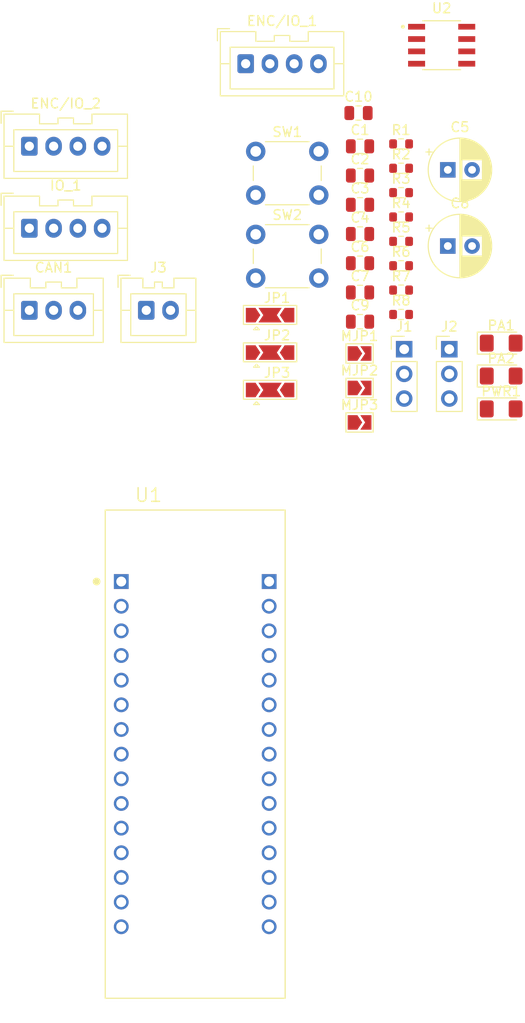
<source format=kicad_pcb>
(kicad_pcb (version 20221018) (generator pcbnew)
  (layers (0 "F.Cu" signal) (31 "B.Cu" signal) (34 "B.Paste" user) (35 "F.Paste" user) (36 "B.SilkS" user "B.Silkscreen") (37 "F.SilkS" user "F.Silkscreen") (38 "B.Mask" user) (39 "F.Mask" user) (44 "Edge.Cuts" user))
  (net 0 "")
  (net 1 "+3V3")
  (net 2 "GND")
  (net 3 "+5V")
  (net 4 "Net-(TB67H303HG1-VREG)")
  (net 5 "PWR")
  (net 6 "Net-(TB67H303HG2-VREG)")
  (net 7 "Net-(J1-Pin_3)")
  (net 8 "Net-(ENC/IO_1-Pin_2)")
  (net 9 "Net-(ENC/IO_2-Pin_2)")
  (net 10 "Net-(IO_1-Pin_2)")
  (net 11 "Net-(TB67H303HG1-STBY)")
  (net 12 "Net-(TB67H303HG2-STBY)")
  (net 13 "Net-(PA1-K)")
  (net 14 "Net-(ENC/IO_2-Pin_4)")
  (net 15 "Net-(PA2-K)")
  (net 16 "Net-(ENC/IO_2-Pin_3)")
  (net 17 "Net-(PWR1-K)")
  (net 18 "Net-(TB67H303HG1-OSC)")
  (net 19 "Net-(TB67H303HG2-OSC)")
  (net 22 "Net-(ENC/IO_1-Pin_3)")
  (net 23 "Net-(ENC/IO_1-Pin_4)")
  (net 24 "Net-(IO_1-Pin_3)")
  (net 25 "Net-(U1A-PF1)")
  (net 26 "Net-(U1A-NRST_1)")
  (net 27 "Net-(TB67H303HG2-PWM)")
  (net 31 "Net-(TB67H303HG2-IN2)")
  (net 32 "Net-(TB67H303HG2-IN1)")
  (net 33 "Net-(TB67H303HG1-IN2)")
  (net 34 "Net-(U1B-PA4)")
  (net 35 "Net-(SW3-B)")
  (net 36 "Net-(U1B-PA3)")
  (net 37 "Net-(TB67H303HG1-PWM)")
  (net 39 "Net-(U1A-PB5)")
  (net 40 "Net-(U1A-PB4)")
  (net 41 "Net-(U1B-PB3)")
  (net 44 "Net-(U2-CANL)")
  (net 45 "Net-(U2-CANH)")
  (net 46 "Net-(U1A-PA12)")
  (net 47 "Net-(U1A-PA11)")
  (footprint "LED_SMD:LED_1206_3216Metric_Pad1.42x1.75mm_HandSolder" (layer "F.Cu") (at 178.8525 51.64)
    (fp_text reference "PA1" (at 0 -1.82) (layer "F.SilkS"))
    (fp_text value "LED")
    (pad "1" smd roundrect (at -1.4875 0) (size 1.425 1.75) (layers "F.Cu" "F.Paste" "F.Mask") (roundrect_rratio 0.175439) (net 13 "Net-(PA1-K)"))
    (pad "2" smd roundrect (at 1.4875 0) (size 1.425 1.75) (layers "F.Cu" "F.Paste" "F.Mask") (roundrect_rratio 0.175439) (net 14 "Net-(ENC/IO_2-Pin_4)"))
  )
  (footprint "Resistor_SMD:R_0603_1608Metric" (layer "F.Cu") (at 168.5375 38.65)
    (fp_text reference "R4" (at 0 -1.43) (layer "F.SilkS"))
    (fp_text value "3.3k")
    (pad "1" smd roundrect (at -0.825 0) (size 0.8 0.95) (layers "F.Cu" "F.Paste" "F.Mask") (net 2 "GND"))
    (pad "2" smd roundrect (at 0.825 0) (size 0.8 0.95) (layers "F.Cu" "F.Paste" "F.Mask") (net 17 "Net-(PWR1-K)"))
  )
  (footprint "Resistor_SMD:R_0603_1608Metric" (layer "F.Cu") (at 168.5375 46.18)
    (fp_text reference "R7" (at 0 -1.43) (layer "F.SilkS"))
    (fp_text value "10kΩ")
    (pad "1" smd roundrect (at -0.825 0) (size 0.8 0.95) (layers "F.Cu" "F.Paste" "F.Mask") (net 2 "GND"))
    (pad "2" smd roundrect (at 0.825 0) (size 0.8 0.95) (layers "F.Cu" "F.Paste" "F.Mask") (net 12 "Net-(TB67H303HG2-STBY)"))
  )
  (footprint "Connector_JST:JST_XA_B04B-XASK-1_1x04_P2.50mm_Vertical" (layer "F.Cu") (at 130.23 31.36)
    (fp_text reference "ENC/IO_2" (at 3.75 -4.4) (layer "F.SilkS"))
    (fp_text value "Conn_01x04")
    (pad "1" thru_hole roundrect (at 0 0) (size 1.7 1.95) (drill 0.95) (layers "*.Cu" "*.Mask") (roundrect_rratio 0.147059) (net 2 "GND"))
    (pad "2" thru_hole oval (at 2.5 0) (size 1.7 1.95) (drill 0.95) (layers "*.Cu" "*.Mask") (net 9 "Net-(ENC/IO_2-Pin_2)"))
    (pad "3" thru_hole oval (at 5 0) (size 1.7 1.95) (drill 0.95) (layers "*.Cu" "*.Mask") (net 16 "Net-(ENC/IO_2-Pin_3)"))
    (pad "4" thru_hole oval (at 7.5 0) (size 1.7 1.95) (drill 0.95) (layers "*.Cu" "*.Mask") (net 14 "Net-(ENC/IO_2-Pin_4)"))
  )
  (footprint "Jumper:SolderJumper-2_P1.3mm_Open_TrianglePad1.0x1.5mm" (layer "F.Cu") (at 164.2575 52.71)
    (fp_text reference "MJP1" (at 0 -1.8) (layer "F.SilkS"))
    (fp_text value "Jumper")
    (pad "1" smd custom (at -0.725 0) (size 0.3 0.3) (layers "F.Cu" "F.Mask") (net 11 "Net-(TB67H303HG1-STBY)") (options (clearance outline) (anchor rect)) (primitives (gr_poly (pts (xy 1 0) (xy 0.5 0.75) (xy -0.5 0.75) (xy -0.5 -0.75) (xy 0.5 -0.75)) (width 0) (fill yes))))
    (pad "2" smd custom (at 0.725 0) (size 0.3 0.3) (layers "F.Cu" "F.Mask") (net 1 "+3V3") (options (clearance outline) (anchor rect)) (primitives (gr_poly (pts (xy 0.5 0.75) (xy -0.65 0.75) (xy -0.15 0) (xy -0.65 -0.75) (xy 0.5 -0.75)) (width 0) (fill yes))))
  )
  (footprint "LED_SMD:LED_1206_3216Metric_Pad1.42x1.75mm_HandSolder" (layer "F.Cu") (at 178.8525 58.42)
    (fp_text reference "PWR1" (at 0 -1.82) (layer "F.SilkS"))
    (fp_text value "PWR")
    (pad "1" smd roundrect (at -1.4875 0) (size 1.425 1.75) (layers "F.Cu" "F.Paste" "F.Mask") (roundrect_rratio 0.175439) (net 17 "Net-(PWR1-K)"))
    (pad "2" smd roundrect (at 1.4875 0) (size 1.425 1.75) (layers "F.Cu" "F.Paste" "F.Mask") (roundrect_rratio 0.175439) (net 1 "+3V3"))
  )
  (footprint "Capacitor_THT:CP_Radial_D6.3mm_P2.50mm" (layer "F.Cu") (at 173.352741 33.79)
    (fp_text reference "C5" (at 1.25 -4.4) (layer "F.SilkS"))
    (fp_text value "47μF")
    (pad "1" thru_hole rect (at 0 0) (size 1.6 1.6) (drill 0.8) (layers "*.Cu" "*.Mask") (net 5 "PWR"))
    (pad "2" thru_hole circle (at 2.5 0) (size 1.6 1.6) (drill 0.8) (layers "*.Cu" "*.Mask") (net 2 "GND"))
  )
  (footprint "Connector_JST:JST_XA_B04B-XASK-1_1x04_P2.50mm_Vertical" (layer "F.Cu") (at 152.52 22.86)
    (fp_text reference "ENC/IO_1" (at 3.75 -4.4) (layer "F.SilkS"))
    (fp_text value "Conn_01x04")
    (pad "1" thru_hole roundrect (at 0 0) (size 1.7 1.95) (drill 0.95) (layers "*.Cu" "*.Mask") (roundrect_rratio 0.147059) (net 2 "GND"))
    (pad "2" thru_hole oval (at 2.5 0) (size 1.7 1.95) (drill 0.95) (layers "*.Cu" "*.Mask") (net 8 "Net-(ENC/IO_1-Pin_2)"))
    (pad "3" thru_hole oval (at 5 0) (size 1.7 1.95) (drill 0.95) (layers "*.Cu" "*.Mask") (net 22 "Net-(ENC/IO_1-Pin_3)"))
    (pad "4" thru_hole oval (at 7.5 0) (size 1.7 1.95) (drill 0.95) (layers "*.Cu" "*.Mask") (net 23 "Net-(ENC/IO_1-Pin_4)"))
  )
  (footprint "Jumper:SolderJumper-2_P1.3mm_Open_TrianglePad1.0x1.5mm" (layer "F.Cu") (at 164.2575 59.81)
    (fp_text reference "MJP3" (at 0 -1.8) (layer "F.SilkS"))
    (fp_text value "Jumper")
    (pad "1" smd custom (at -0.725 0) (size 0.3 0.3) (layers "F.Cu" "F.Mask") (net 3 "+5V") (options (clearance outline) (anchor rect)) (primitives (gr_poly (pts (xy 1 0) (xy 0.5 0.75) (xy -0.5 0.75) (xy -0.5 -0.75) (xy 0.5 -0.75)) (width 0) (fill yes))))
    (pad "2" smd custom (at 0.725 0) (size 0.3 0.3) (layers "F.Cu" "F.Mask") (options (clearance outline) (anchor rect)) (primitives (gr_poly (pts (xy 0.5 0.75) (xy -0.65 0.75) (xy -0.15 0) (xy -0.65 -0.75) (xy 0.5 -0.75)) (width 0) (fill yes))))
  )
  (footprint "Jumper:SolderJumper-3_P2.0mm_Open_TrianglePad1.0x1.5mm" (layer "F.Cu") (at 155.0375 52.615)
    (fp_text reference "JP2" (at 0.725 -1.775) (layer "F.SilkS"))
    (fp_text value "Jumper_NC_Dual")
    (pad "1" smd custom (at -2 0) (size 0.3 0.3) (layers "F.Cu" "F.Mask") (net 1 "+3V3") (options (clearance outline) (anchor rect)) (primitives (gr_poly (pts (xy 1 0) (xy 0.5 0.75) (xy -0.5 0.75) (xy -0.5 -0.75) (xy 0.5 -0.75)) (width 0) (fill yes))))
    (pad "2" smd custom (at 0 0) (size 0.3 0.3) (layers "F.Cu") (net 9 "Net-(ENC/IO_2-Pin_2)") (options (clearance outline) (anchor rect)) (primitives (gr_poly (pts (xy 0.7 0) (xy 1.2 0.75) (xy -1.2 0.75) (xy -0.7 0) (xy -1.2 -0.75) (xy 1.2 -0.75)) (width 0) (fill yes))))
    (pad "3" smd custom (at 2 0 180) (size 0.3 0.3) (layers "F.Cu" "F.Mask") (net 3 "+5V") (options (clearance outline) (anchor rect)) (primitives (gr_poly (pts (xy 1 0) (xy 0.5 0.75) (xy -0.5 0.75) (xy -0.5 -0.75) (xy 0.5 -0.75)) (width 0) (fill yes))))
  )
  (footprint "Jumper:SolderJumper-2_P1.3mm_Open_TrianglePad1.0x1.5mm" (layer "F.Cu") (at 164.2575 56.26)
    (fp_text reference "MJP2" (at 0 -1.8) (layer "F.SilkS"))
    (fp_text value "Jumper")
    (pad "1" smd custom (at -0.725 0) (size 0.3 0.3) (layers "F.Cu" "F.Mask") (net 12 "Net-(TB67H303HG2-STBY)") (options (clearance outline) (anchor rect)) (primitives (gr_poly (pts (xy 1 0) (xy 0.5 0.75) (xy -0.5 0.75) (xy -0.5 -0.75) (xy 0.5 -0.75)) (width 0) (fill yes))))
    (pad "2" smd custom (at 0.725 0) (size 0.3 0.3) (layers "F.Cu" "F.Mask") (net 1 "+3V3") (options (clearance outline) (anchor rect)) (primitives (gr_poly (pts (xy 0.5 0.75) (xy -0.65 0.75) (xy -0.15 0) (xy -0.65 -0.75) (xy 0.5 -0.75)) (width 0) (fill yes))))
  )
  (footprint "NUCLEO-F303K8:MODULE_NUCLEO-F303K8" (layer "F.Cu") (at 147.32 93.98)
    (fp_text reference "U1" (at -4.81314 -26.68421) (layer "F.SilkS") (effects (font (size 1.402378 1.402378))))
    (fp_text value "NUCLEO-F303K8")
    (pad "3_1" thru_hole rect (at -7.62 -17.78) (size 1.53 1.53) (drill 1.02) (layers "*.Cu" "*.Mask") (net 27 "Net-(TB67H303HG2-PWM)"))
    (pad "3_2" thru_hole circle (at -7.62 -15.24) (size 1.53 1.53) (drill 1.02) (layers "*.Cu" "*.Mask"))
    (pad "3_3" thru_hole circle (at -7.62 -12.7) (size 1.53 1.53) (drill 1.02) (layers "*.Cu" "*.Mask") (net 26 "Net-(U1A-NRST_1)"))
    (pad "3_4" thru_hole circle (at -7.62 -10.16) (size 1.53 1.53) (drill 1.02) (layers "*.Cu" "*.Mask") (net 2 "GND"))
    (pad "3_5" thru_hole circle (at -7.62 -7.62) (size 1.53 1.53) (drill 1.02) (layers "*.Cu" "*.Mask") (net 46 "Net-(U1A-PA12)"))
    (pad "3_6" thru_hole circle (at -7.62 -5.08) (size 1.53 1.53) (drill 1.02) (layers "*.Cu" "*.Mask") (net 7 "Net-(J1-Pin_3)"))
    (pad "3_7" thru_hole circle (at -7.62 -2.54) (size 1.53 1.53) (drill 1.02) (layers "*.Cu" "*.Mask") (net 31 "Net-(TB67H303HG2-IN2)"))
    (pad "3_8" thru_hole circle (at -7.62 0) (size 1.53 1.53) (drill 1.02) (layers "*.Cu" "*.Mask") (net 32 "Net-(TB67H303HG2-IN1)"))
    (pad "3_9" thru_hole circle (at -7.62 2.54) (size 1.53 1.53) (drill 1.02) (layers "*.Cu" "*.Mask") (net 33 "Net-(TB67H303HG1-IN2)"))
    (pad "3_10" thru_hole circle (at -7.62 5.08) (size 1.53 1.53) (drill 1.02) (layers "*.Cu" "*.Mask") (net 35 "Net-(SW3-B)"))
    (pad "3_11" thru_hole circle (at -7.62 7.62) (size 1.53 1.53) (drill 1.02) (layers "*.Cu" "*.Mask") (net 25 "Net-(U1A-PF1)"))
    (pad "3_12" thru_hole circle (at -7.62 10.16) (size 1.53 1.53) (drill 1.02) (layers "*.Cu" "*.Mask") (net 37 "Net-(TB67H303HG1-PWM)"))
    (pad "3_13" thru_hole circle (at -7.62 12.7) (size 1.53 1.53) (drill 1.02) (layers "*.Cu" "*.Mask") (net 47 "Net-(U1A-PA11)"))
    (pad "3_14" thru_hole circle (at -7.62 15.24) (size 1.53 1.53) (drill 1.02) (layers "*.Cu" "*.Mask") (net 39 "Net-(U1A-PB5)"))
    (pad "3_15" thru_hole circle (at -7.62 17.78) (size 1.53 1.53) (drill 1.02) (layers "*.Cu" "*.Mask") (net 40 "Net-(U1A-PB4)"))
    (pad "4_1" thru_hole rect (at 7.62 -17.78) (size 1.53 1.53) (drill 1.02) (layers "*.Cu" "*.Mask") (net 3 "+5V"))
    (pad "4_2" thru_hole circle (at 7.62 -15.24) (size 1.53 1.53) (drill 1.02) (layers "*.Cu" "*.Mask") (net 2 "GND"))
    (pad "4_3" thru_hole circle (at 7.62 -12.7) (size 1.53 1.53) (drill 1.02) (layers "*.Cu" "*.Mask"))
    (pad "4_4" thru_hole circle (at 7.62 -10.16) (size 1.53 1.53) (drill 1.02) (layers "*.Cu" "*.Mask") (net 3 "+5V"))
    (pad "4_5" thru_hole circle (at 7.62 -7.62) (size 1.53 1.53) (drill 1.02) (layers "*.Cu" "*.Mask"))
    (pad "4_6" thru_hole circle (at 7.62 -5.08) (size 1.53 1.53) (drill 1.02) (layers "*.Cu" "*.Mask") (net 14 "Net-(ENC/IO_2-Pin_4)"))
    (pad "4_7" thru_hole circle (at 7.62 -2.54) (size 1.53 1.53) (drill 1.02) (layers "*.Cu" "*.Mask") (net 16 "Net-(ENC/IO_2-Pin_3)"))
    (pad "4_8" thru_hole circle (at 7.62 0) (size 1.53 1.53) (drill 1.02) (layers "*.Cu" "*.Mask") (net 24 "Net-(IO_1-Pin_3)"))
    (pad "4_9" thru_hole circle (at 7.62 2.54) (size 1.53 1.53) (drill 1.02) (layers "*.Cu" "*.Mask") (net 34 "Net-(U1B-PA4)"))
    (pad "4_10" thru_hole circle (at 7.62 5.08) (size 1.53 1.53) (drill 1.02) (layers "*.Cu" "*.Mask") (net 36 "Net-(U1B-PA3)"))
    (pad "4_11" thru_hole circle (at 7.62 7.62) (size 1.53 1.53) (drill 1.02) (layers "*.Cu" "*.Mask") (net 23 "Net-(ENC/IO_1-Pin_4)"))
    (pad "4_12" thru_hole circle (at 7.62 10.16) (size 1.53 1.53) (drill 1.02) (layers "*.Cu" "*.Mask") (net 22 "Net-(ENC/IO_1-Pin_3)"))
    (pad "4_13" thru_hole circle (at 7.62 12.7) (size 1.53 1.53) (drill 1.02) (layers "*.Cu" "*.Mask"))
    (pad "4_14" thru_hole circle (at 7.62 15.24) (size 1.53 1.53) (drill 1.02) (layers "*.Cu" "*.Mask") (net 1 "+3V3"))
    (pad "4_15" thru_hole circle (at 7.62 17.78) (size 1.53 1.53) (drill 1.02) (layers "*.Cu" "*.Mask") (net 41 "Net-(U1B-PB3)"))
  )
  (footprint "Capacitor_SMD:C_0805_2012Metric" (layer "F.Cu") (at 164.3075 43.41)
    (fp_text reference "C6" (at 0 -1.68) (layer "F.SilkS"))
    (fp_text value "0.1uF")
    (pad "1" smd roundrect (at -0.95 0) (size 1 1.45) (layers "F.Cu" "F.Paste" "F.Mask") (net 6 "Net-(TB67H303HG2-VREG)"))
    (pad "2" smd roundrect (at 0.95 0) (size 1 1.45) (layers "F.Cu" "F.Paste" "F.Mask") (net 2 "GND"))
  )
  (footprint "Resistor_SMD:R_0603_1608Metric" (layer "F.Cu") (at 168.5375 33.63)
    (fp_text reference "R2" (at 0 -1.43) (layer "F.SilkS"))
    (fp_text value "10kΩ")
    (pad "1" smd roundrect (at -0.825 0) (size 0.8 0.95) (layers "F.Cu" "F.Paste" "F.Mask") (net 2 "GND"))
    (pad "2" smd roundrect (at 0.825 0) (size 0.8 0.95) (layers "F.Cu" "F.Paste" "F.Mask") (net 11 "Net-(TB67H303HG1-STBY)"))
  )
  (footprint "Resistor_SMD:R_0603_1608Metric" (layer "F.Cu") (at 168.5375 48.69)
    (fp_text reference "R8" (at 0 -1.43) (layer "F.SilkS"))
    (fp_text value "51kΩ")
    (pad "1" smd roundrect (at -0.825 0) (size 0.8 0.95) (layers "F.Cu" "F.Paste" "F.Mask") (net 2 "GND"))
    (pad "2" smd roundrect (at 0.825 0) (size 0.8 0.95) (layers "F.Cu" "F.Paste" "F.Mask") (net 19 "Net-(TB67H303HG2-OSC)"))
  )
  (footprint "Button_Switch_THT:SW_PUSH_6mm_H4.3mm" (layer "F.Cu") (at 153.5575 31.89)
    (fp_text reference "SW1" (at 3.25 -2) (layer "F.SilkS"))
    (fp_text value "PF1")
    (pad "1" thru_hole circle (at 0 0 90) (size 2 2) (drill 1.1) (layers "*.Cu" "*.Mask") (net 2 "GND"))
    (pad "1" thru_hole circle (at 6.5 0 90) (size 2 2) (drill 1.1) (layers "*.Cu" "*.Mask") (net 2 "GND"))
    (pad "2" thru_hole circle (at 0 4.5 90) (size 2 2) (drill 1.1) (layers "*.Cu" "*.Mask") (net 25 "Net-(U1A-PF1)"))
    (pad "2" thru_hole circle (at 6.5 4.5 90) (size 2 2) (drill 1.1) (layers "*.Cu" "*.Mask") (net 25 "Net-(U1A-PF1)"))
  )
  (footprint "Capacitor_SMD:C_0805_2012Metric" (layer "F.Cu") (at 164.15 27.94)
    (fp_text reference "C10" (at 0 -1.68) (layer "F.SilkS"))
    (fp_text value "0.1μF")
    (pad "1" smd roundrect (at -0.95 0) (size 1 1.45) (layers "F.Cu" "F.Paste" "F.Mask") (net 3 "+5V"))
    (pad "2" smd roundrect (at 0.95 0) (size 1 1.45) (layers "F.Cu" "F.Paste" "F.Mask") (net 2 "GND"))
  )
  (footprint "LED_SMD:LED_1206_3216Metric_Pad1.42x1.75mm_HandSolder" (layer "F.Cu") (at 178.8525 55.03)
    (fp_text reference "PA2" (at 0 -1.82) (layer "F.SilkS"))
    (fp_text value "LED")
    (pad "1" smd roundrect (at -1.4875 0) (size 1.425 1.75) (layers "F.Cu" "F.Paste" "F.Mask") (roundrect_rratio 0.175439) (net 15 "Net-(PA2-K)"))
    (pad "2" smd roundrect (at 1.4875 0) (size 1.425 1.75) (layers "F.Cu" "F.Paste" "F.Mask") (roundrect_rratio 0.175439) (net 16 "Net-(ENC/IO_2-Pin_3)"))
  )
  (footprint "Jumper:SolderJumper-3_P2.0mm_Open_TrianglePad1.0x1.5mm" (layer "F.Cu") (at 155.0375 48.76)
    (fp_text reference "JP1" (at 0.725 -1.775) (layer "F.SilkS"))
    (fp_text value "Jumper_NC_Dual")
    (pad "1" smd custom (at -2 0) (size 0.3 0.3) (layers "F.Cu" "F.Mask") (net 1 "+3V3") (options (clearance outline) (anchor rect)) (primitives (gr_poly (pts (xy 1 0) (xy 0.5 0.75) (xy -0.5 0.75) (xy -0.5 -0.75) (xy 0.5 -0.75)) (width 0) (fill yes))))
    (pad "2" smd custom (at 0 0) (size 0.3 0.3) (layers "F.Cu") (net 8 "Net-(ENC/IO_1-Pin_2)") (options (clearance outline) (anchor rect)) (primitives (gr_poly (pts (xy 0.7 0) (xy 1.2 0.75) (xy -1.2 0.75) (xy -0.7 0) (xy -1.2 -0.75) (xy 1.2 -0.75)) (width 0) (fill yes))))
    (pad "3" smd custom (at 2 0 180) (size 0.3 0.3) (layers "F.Cu" "F.Mask") (net 3 "+5V") (options (clearance outline) (anchor rect)) (primitives (gr_poly (pts (xy 1 0) (xy 0.5 0.75) (xy -0.5 0.75) (xy -0.5 -0.75) (xy 0.5 -0.75)) (width 0) (fill yes))))
  )
  (footprint "Capacitor_SMD:C_0805_2012Metric" (layer "F.Cu") (at 164.3075 49.43)
    (fp_text reference "C9" (at 0 -1.68) (layer "F.SilkS"))
    (fp_text value "4.7μF")
    (pad "1" smd roundrect (at -0.95 0) (size 1 1.45) (layers "F.Cu" "F.Paste" "F.Mask") (net 3 "+5V"))
    (pad "2" smd roundrect (at 0.95 0) (size 1 1.45) (layers "F.Cu" "F.Paste" "F.Mask") (net 2 "GND"))
  )
  (footprint "Connector_PinHeader_2.54mm:PinHeader_1x03_P2.54mm_Vertical" (layer "F.Cu") (at 168.8575 52.27)
    (fp_text reference "J1" (at 0 -2.33) (layer "F.SilkS"))
    (fp_text value "PB0")
    (pad "1" thru_hole rect (at 0 0) (size 1.7 1.7) (drill 1) (layers "*.Cu" "*.Mask") (net 2 "GND"))
    (pad "2" thru_hole oval (at 0 2.54) (size 1.7 1.7) (drill 1) (layers "*.Cu" "*.Mask") (net 5 "PWR"))
    (pad "3" thru_hole oval (at 0 5.08) (size 1.7 1.7) (drill 1) (layers "*.Cu" "*.Mask") (net 7 "Net-(J1-Pin_3)"))
  )
  (footprint "Connector_JST:JST_XA_B03B-XASK-1_1x03_P2.50mm_Vertical" (layer "F.Cu") (at 130.23 48.26)
    (fp_text reference "CAN1" (at 2.5 -4.4) (layer "F.SilkS"))
    (fp_text value "CAN")
    (pad "1" thru_hole roundrect (at 0 0) (size 1.7 1.95) (drill 0.95) (layers "*.Cu" "*.Mask") (roundrect_rratio 0.147059) (net 2 "GND"))
    (pad "2" thru_hole oval (at 2.5 0) (size 1.7 1.95) (drill 0.95) (layers "*.Cu" "*.Mask"))
    (pad "3" thru_hole oval (at 5 0) (size 1.7 1.95) (drill 0.95) (layers "*.Cu" "*.Mask"))
  )
  (footprint "Resistor_SMD:R_0603_1608Metric" (layer "F.Cu") (at 168.5375 41.16)
    (fp_text reference "R5" (at 0 -1.43) (layer "F.SilkS"))
    (fp_text value "3.3k")
    (pad "1" smd roundrect (at -0.825 0) (size 0.8 0.95) (layers "F.Cu" "F.Paste" "F.Mask") (net 2 "GND"))
    (pad "2" smd roundrect (at 0.825 0) (size 0.8 0.95) (layers "F.Cu" "F.Paste" "F.Mask") (net 13 "Net-(PA1-K)"))
  )
  (footprint "Resistor_SMD:R_0603_1608Metric" (layer "F.Cu") (at 168.5375 43.67)
    (fp_text reference "R6" (at 0 -1.43) (layer "F.SilkS"))
    (fp_text value "3.3k")
    (pad "1" smd roundrect (at -0.825 0) (size 0.8 0.95) (layers "F.Cu" "F.Paste" "F.Mask") (net 2 "GND"))
    (pad "2" smd roundrect (at 0.825 0) (size 0.8 0.95) (layers "F.Cu" "F.Paste" "F.Mask") (net 15 "Net-(PA2-K)"))
  )
  (footprint "Jumper:SolderJumper-3_P2.0mm_Open_TrianglePad1.0x1.5mm" (layer "F.Cu") (at 155.0375 56.47)
    (fp_text reference "JP3" (at 0.725 -1.775) (layer "F.SilkS"))
    (fp_text value "Jumper_NC_Dual")
    (pad "1" smd custom (at -2 0) (size 0.3 0.3) (layers "F.Cu" "F.Mask") (net 1 "+3V3") (options (clearance outline) (anchor rect)) (primitives (gr_poly (pts (xy 1 0) (xy 0.5 0.75) (xy -0.5 0.75) (xy -0.5 -0.75) (xy 0.5 -0.75)) (width 0) (fill yes))))
    (pad "2" smd custom (at 0 0) (size 0.3 0.3) (layers "F.Cu") (net 10 "Net-(IO_1-Pin_2)") (options (clearance outline) (anchor rect)) (primitives (gr_poly (pts (xy 0.7 0) (xy 1.2 0.75) (xy -1.2 0.75) (xy -0.7 0) (xy -1.2 -0.75) (xy 1.2 -0.75)) (width 0) (fill yes))))
    (pad "3" smd custom (at 2 0 180) (size 0.3 0.3) (layers "F.Cu" "F.Mask") (net 3 "+5V") (options (clearance outline) (anchor rect)) (primitives (gr_poly (pts (xy 1 0) (xy 0.5 0.75) (xy -0.5 0.75) (xy -0.5 -0.75) (xy 0.5 -0.75)) (width 0) (fill yes))))
  )
  (footprint "Capacitor_SMD:C_0805_2012Metric" (layer "F.Cu") (at 164.3075 34.38)
    (fp_text reference "C2" (at 0 -1.68) (layer "F.SilkS"))
    (fp_text value "0.1μF")
    (pad "1" smd roundrect (at -0.95 0) (size 1 1.45) (layers "F.Cu" "F.Paste" "F.Mask") (net 3 "+5V"))
    (pad "2" smd roundrect (at 0.95 0) (size 1 1.45) (layers "F.Cu" "F.Paste" "F.Mask") (net 2 "GND"))
  )
  (footprint "Button_Switch_THT:SW_PUSH_6mm_H4.3mm" (layer "F.Cu") (at 153.5575 40.44)
    (fp_text reference "SW2" (at 3.25 -2) (layer "F.SilkS"))
    (fp_text value "RESET")
    (pad "1" thru_hole circle (at 0 0 90) (size 2 2) (drill 1.1) (layers "*.Cu" "*.Mask") (net 2 "GND"))
    (pad "1" thru_hole circle (at 6.5 0 90) (size 2 2) (drill 1.1) (layers "*.Cu" "*.Mask") (net 2 "GND"))
    (pad "2" thru_hole circle (at 0 4.5 90) (size 2 2) (drill 1.1) (layers "*.Cu" "*.Mask") (net 26 "Net-(U1A-NRST_1)"))
    (pad "2" thru_hole circle (at 6.5 4.5 90) (size 2 2) (drill 1.1) (layers "*.Cu" "*.Mask") (net 26 "Net-(U1A-NRST_1)"))
  )
  (footprint "SOIC127P600X175-8N:SOIC127P600X175-8N" (layer "F.Cu") (at 172.72 20.955)
    (fp_text reference "U2" (at 0 -3.81) (layer "F.SilkS"))
    (fp_text value "~")
    (pad "1" smd rect (at -2.585 -1.905) (size 1.75 0.59) (layers "F.Cu" "F.Paste" "F.Mask") (net 46 "Net-(U1A-PA12)"))
    (pad "2" smd rect (at -2.585 -0.635) (size 1.75 0.59) (layers "F.Cu" "F.Paste" "F.Mask") (net 2 "GND"))
    (pad "3" smd rect (at -2.585 0.635) (size 1.75 0.59) (layers "F.Cu" "F.Paste" "F.Mask") (net 3 "+5V"))
    (pad "4" smd rect (at -2.585 1.905) (size 1.75 0.59) (layers "F.Cu" "F.Paste" "F.Mask") (net 47 "Net-(U1A-PA11)"))
    (pad "5" smd rect (at 2.585 1.905) (size 1.75 0.59) (layers "F.Cu" "F.Paste" "F.Mask") (net 1 "+3V3"))
    (pad "6" smd rect (at 2.585 0.635) (size 1.75 0.59) (layers "F.Cu" "F.Paste" "F.Mask") (net 44 "Net-(U2-CANL)"))
    (pad "7" smd rect (at 2.585 -0.635) (size 1.75 0.59) (layers "F.Cu" "F.Paste" "F.Mask") (net 45 "Net-(U2-CANH)"))
    (pad "8" smd rect (at 2.585 -1.905) (size 1.75 0.59) (layers "F.Cu" "F.Paste" "F.Mask"))
  )
  (footprint "Connector_JST:JST_XA_B04B-XASK-1_1x04_P2.50mm_Vertical" (layer "F.Cu") (at 130.23 39.81)
    (fp_text reference "IO_1" (at 3.75 -4.4) (layer "F.SilkS"))
    (fp_text value "Conn_01x04")
    (pad "1" thru_hole roundrect (at 0 0) (size 1.7 1.95) (drill 0.95) (layers "*.Cu" "*.Mask") (roundrect_rratio 0.147059) (net 2 "GND"))
    (pad "2" thru_hole oval (at 2.5 0) (size 1.7 1.95) (drill 0.95) (layers "*.Cu" "*.Mask") (net 10 "Net-(IO_1-Pin_2)"))
    (pad "3" thru_hole oval (at 5 0) (size 1.7 1.95) (drill 0.95) (layers "*.Cu" "*.Mask") (net 24 "Net-(IO_1-Pin_3)"))
    (pad "4" thru_hole oval (at 7.5 0) (size 1.7 1.95) (drill 0.95) (layers "*.Cu" "*.Mask") (net 16 "Net-(ENC/IO_2-Pin_3)"))
  )
  (footprint "Capacitor_SMD:C_0805_2012Metric" (layer "F.Cu") (at 164.3075 31.37)
    (fp_text reference "C1" (at 0 -1.68) (layer "F.SilkS"))
    (fp_text value "0.1μF")
    (pad "1" smd roundrect (at -0.95 0) (size 1 1.45) (layers "F.Cu" "F.Paste" "F.Mask") (net 1 "+3V3"))
    (pad "2" smd roundrect (at 0.95 0) (size 1 1.45) (layers "F.Cu" "F.Paste" "F.Mask") (net 2 "GND"))
  )
  (footprint "Resistor_SMD:R_0603_1608Metric" (layer "F.Cu") (at 168.5375 36.14)
    (fp_text reference "R3" (at 0 -1.43) (layer "F.SilkS"))
    (fp_text value "51kΩ")
    (pad "1" smd roundrect (at -0.825 0) (size 0.8 0.95) (layers "F.Cu" "F.Paste" "F.Mask") (net 2 "GND"))
    (pad "2" smd roundrect (at 0.825 0) (size 0.8 0.95) (layers "F.Cu" "F.Paste" "F.Mask") (net 18 "Net-(TB67H303HG1-OSC)"))
  )
  (footprint "Capacitor_SMD:C_0805_2012Metric" (layer "F.Cu") (at 164.3075 37.39)
    (fp_text reference "C3" (at 0 -1.68) (layer "F.SilkS"))
    (fp_text value "0.1uF")
    (pad "1" smd roundrect (at -0.95 0) (size 1 1.45) (layers "F.Cu" "F.Paste" "F.Mask") (net 4 "Net-(TB67H303HG1-VREG)"))
    (pad "2" smd roundrect (at 0.95 0) (size 1 1.45) (layers "F.Cu" "F.Paste" "F.Mask") (net 2 "GND"))
  )
  (footprint "Capacitor_SMD:C_0805_2012Metric" (layer "F.Cu") (at 164.3075 46.42)
    (fp_text reference "C7" (at 0 -1.68) (layer "F.SilkS"))
    (fp_text value "0.1μF")
    (pad "1" smd roundrect (at -0.95 0) (size 1 1.45) (layers "F.Cu" "F.Paste" "F.Mask") (net 5 "PWR"))
    (pad "2" smd roundrect (at 0.95 0) (size 1 1.45) (layers "F.Cu" "F.Paste" "F.Mask") (net 2 "GND"))
  )
  (footprint "Capacitor_THT:CP_Radial_D6.3mm_P2.50mm" (layer "F.Cu") (at 173.352741 41.64)
    (fp_text reference "C8" (at 1.25 -4.4) (layer "F.SilkS"))
    (fp_text value "47μF")
    (pad "1" thru_hole rect (at 0 0) (size 1.6 1.6) (drill 0.8) (layers "*.Cu" "*.Mask") (net 5 "PWR"))
    (pad "2" thru_hole circle (at 2.5 0) (size 1.6 1.6) (drill 0.8) (layers "*.Cu" "*.Mask") (net 2 "GND"))
  )
  (footprint "Capacitor_SMD:C_0805_2012Metric" (layer "F.Cu") (at 164.3075 40.4)
    (fp_text reference "C4" (at 0 -1.68) (layer "F.SilkS"))
    (fp_text value "0.1μF")
    (pad "1" smd roundrect (at -0.95 0) (size 1 1.45) (layers "F.Cu" "F.Paste" "F.Mask") (net 5 "PWR"))
    (pad "2" smd roundrect (at 0.95 0) (size 1 1.45) (layers "F.Cu" "F.Paste" "F.Mask") (net 2 "GND"))
  )
  (footprint "Connector_JST:JST_XA_B02B-XASK-1_1x02_P2.50mm_Vertical" (layer "F.Cu") (at 142.28 48.26)
    (fp_text reference "J3" (at 1.25 -4.4) (layer "F.SilkS"))
    (fp_text value "Conn_01x02_Male")
    (pad "1" thru_hole roundrect (at 0 0) (size 1.7 1.95) (drill 0.95) (layers "*.Cu" "*.Mask") (roundrect_rratio 0.147059) (net 5 "PWR"))
    (pad "2" thru_hole oval (at 2.5 0) (size 1.7 1.95) (drill 0.95) (layers "*.Cu" "*.Mask") (net 2 "GND"))
  )
  (footprint "Connector_PinHeader_2.54mm:PinHeader_1x03_P2.54mm_Vertical" (layer "F.Cu") (at 173.5075 52.27)
    (fp_text reference "J2" (at 0 -2.33) (layer "F.SilkS"))
    (fp_text value "PA10")
    (pad "1" thru_hole rect (at 0 0) (size 1.7 1.7) (drill 1) (layers "*.Cu" "*.Mask") (net 2 "GND"))
    (pad "2" thru_hole oval (at 0 2.54) (size 1.7 1.7) (drill 1) (layers "*.Cu" "*.Mask") (net 5 "PWR"))
    (pad "3" thru_hole oval (at 0 5.08) (size 1.7 1.7) (drill 1) (layers "*.Cu" "*.Mask"))
  )
  (footprint "Resistor_SMD:R_0603_1608Metric" (layer "F.Cu") (at 168.5375 31.12)
    (fp_text reference "R1" (at 0 -1.43) (layer "F.SilkS"))
    (fp_text value "120Ω")
    (pad "1" smd roundrect (at -0.825 0) (size 0.8 0.95) (layers "F.Cu" "F.Paste" "F.Mask") (net 44 "Net-(U2-CANL)"))
    (pad "2" smd roundrect (at 0.825 0) (size 0.8 0.95) (layers "F.Cu" "F.Paste" "F.Mask") (net 45 "Net-(U2-CANH)"))
  )
)
</source>
